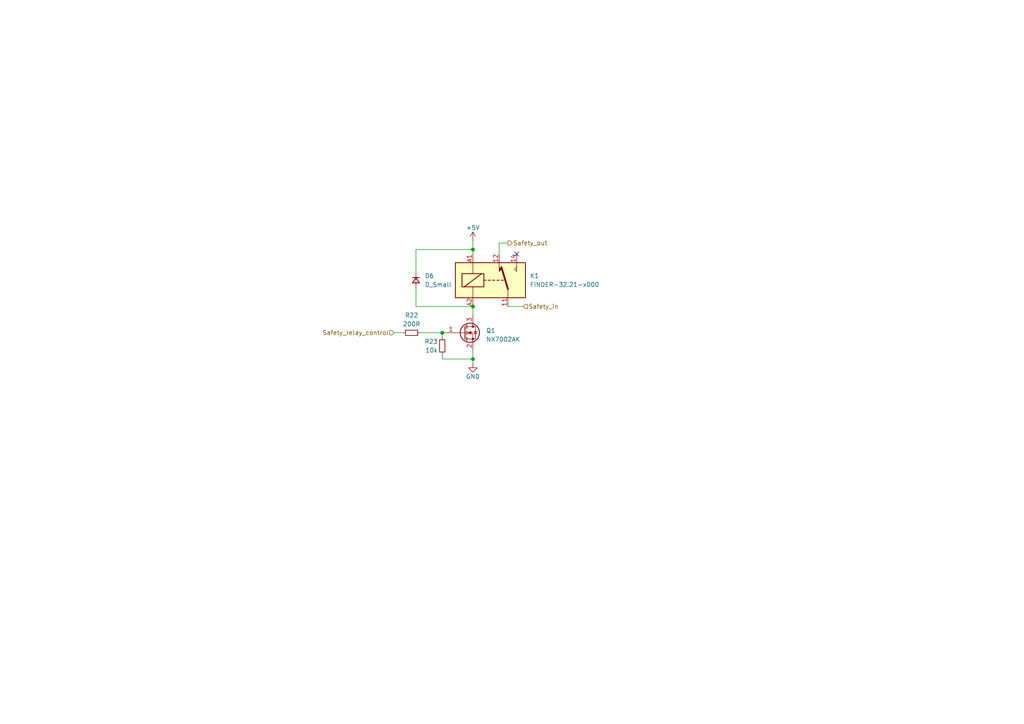
<source format=kicad_sch>
(kicad_sch (version 20230121) (generator eeschema)
  (paper "A4")
  (title_block (title "Safety relay control") (date "2023-03-11") (rev "${REVISION}") (company "Author: Szymon Kostrubiec") (comment 1 "Reviewer:"))
  (lib_symbols
    (symbol "Device:D_Small" (pin_numbers hide) (pin_names (offset 0.254) hide)
      (property "Reference" "D" (at -1.27 2.032 0))
      (property "Value" "D_Small" (at -3.81 -2.032 0))
      (symbol "D_Small_0_1"
        (polyline (pts (xy -0.762 -1.016) (xy -0.762 1.016)) (stroke (width 0.254)))
        (polyline (pts (xy -0.762 0) (xy 0.762 0)))
        (polyline (pts (xy 0.762 -1.016) (xy -0.762 0) (xy 0.762 1.016) (xy 0.762 -1.016)) (stroke (width 0.254)))
      )
      (symbol "D_Small_1_1"
        (pin passive line (at -2.54 0 0) (length 1.778) (name "K") (number "1"))
        (pin passive line (at 2.54 0 180) (length 1.778) (name "A") (number "2"))
      )
    )
    (symbol "Device:R_Small" (pin_numbers hide) (pin_names (offset 0.254) hide)
      (property "Reference" "R" (at 0.762 0.508 0))
      (property "Value" "R_Small" (at 0.762 -1.016 0))
      (symbol "R_Small_0_1"
        (rectangle (start -0.762 1.778) (end 0.762 -1.778) (stroke (width 0.2032)))
      )
      (symbol "R_Small_1_1"
        (pin passive line (at 0 2.54 270) (length 0.762) (name "~") (number "1"))
        (pin passive line (at 0 -2.54 90) (length 0.762) (name "~") (number "2"))
      )
    )
    (symbol "Relay:FINDER-32.21-x000"
      (property "Reference" "K" (at 11.43 3.81 0))
      (property "Value" "FINDER-32.21-x000" (at 11.43 1.27 0))
      (symbol "FINDER-32.21-x000_0_0"
        (polyline (pts (xy 2.54 5.08) (xy 2.54 2.54) (xy 3.175 3.175) (xy 2.54 3.81)) (fill (type outline)))
        (polyline (pts (xy 7.62 5.08) (xy 7.62 2.54) (xy 6.985 3.175) (xy 7.62 3.81)))
      )
      (symbol "FINDER-32.21-x000_0_1"
        (rectangle (start -10.16 5.08) (end 10.16 -5.08) (stroke (width 0.254)) (fill (type background)))
        (rectangle (start -8.255 1.905) (end -1.905 -1.905) (stroke (width 0.254)))
        (polyline (pts (xy -7.62 -1.905) (xy -2.54 1.905)) (stroke (width 0.254)))
        (polyline (pts (xy -5.08 -5.08) (xy -5.08 -1.905)))
        (polyline (pts (xy -5.08 5.08) (xy -5.08 1.905)))
        (polyline (pts (xy -1.905 0) (xy -1.27 0)) (stroke (width 0.254)))
        (polyline (pts (xy -0.635 0) (xy 0 0)) (stroke (width 0.254)))
        (polyline (pts (xy 0.635 0) (xy 1.27 0)) (stroke (width 0.254)))
        (polyline (pts (xy 1.905 0) (xy 2.54 0)) (stroke (width 0.254)))
        (polyline (pts (xy 3.175 0) (xy 3.81 0)) (stroke (width 0.254)))
        (polyline (pts (xy 5.08 -2.54) (xy 3.175 3.81)) (stroke (width 0.508)))
        (polyline (pts (xy 5.08 -2.54) (xy 5.08 -5.08)))
      )
      (symbol "FINDER-32.21-x000_1_1"
        (pin passive line (at 5.08 -7.62 90) (length 2.54) (name "~") (number "11"))
        (pin passive line (at 2.54 7.62 270) (length 2.54) (name "~") (number "12"))
        (pin passive line (at 7.62 7.62 270) (length 2.54) (name "~") (number "14"))
        (pin passive line (at -5.08 7.62 270) (length 2.54) (name "~") (number "A1"))
        (pin passive line (at -5.08 -7.62 90) (length 2.54) (name "~") (number "A2"))
      )
    )
    (symbol "Transistor_FET:2N7002" (pin_names hide)
      (property "Reference" "Q" (at 5.08 1.905 0))
      (property "Value" "2N7002" (at 5.08 0 0))
      (symbol "2N7002_0_1"
        (polyline (pts (xy 0.254 0) (xy -2.54 0)))
        (polyline (pts (xy 0.254 1.905) (xy 0.254 -1.905)) (stroke (width 0.254)))
        (polyline (pts (xy 0.762 -1.27) (xy 0.762 -2.286)) (stroke (width 0.254)))
        (polyline (pts (xy 0.762 0.508) (xy 0.762 -0.508)) (stroke (width 0.254)))
        (polyline (pts (xy 0.762 2.286) (xy 0.762 1.27)) (stroke (width 0.254)))
        (polyline (pts (xy 2.54 2.54) (xy 2.54 1.778)))
        (polyline (pts (xy 2.54 -2.54) (xy 2.54 0) (xy 0.762 0)))
        (polyline (pts (xy 0.762 -1.778) (xy 3.302 -1.778) (xy 3.302 1.778) (xy 0.762 1.778)))
        (polyline (pts (xy 1.016 0) (xy 2.032 0.381) (xy 2.032 -0.381) (xy 1.016 0)) (fill (type outline)))
        (polyline (pts (xy 2.794 0.508) (xy 2.921 0.381) (xy 3.683 0.381) (xy 3.81 0.254)))
        (polyline (pts (xy 3.302 0.381) (xy 2.921 -0.254) (xy 3.683 -0.254) (xy 3.302 0.381)))
        (circle (center 1.651 0) (radius 2.794) (stroke (width 0.254)))
        (circle (center 2.54 -1.778) (radius 0.254) (fill (type outline)))
        (circle (center 2.54 1.778) (radius 0.254) (fill (type outline)))
      )
      (symbol "2N7002_1_1"
        (pin input line (at -5.08 0 0) (length 2.54) (name "G") (number "1"))
        (pin passive line (at 2.54 -5.08 90) (length 2.54) (name "S") (number "2"))
        (pin passive line (at 2.54 5.08 270) (length 2.54) (name "D") (number "3"))
      )
    )
    (symbol "power:+5V" (power) (pin_names (offset 0))
      (property "Value" "+5V" (at 0 3.556 0))
      (symbol "+5V_0_1"
        (polyline (pts (xy -0.762 1.27) (xy 0 2.54)))
        (polyline (pts (xy 0 0) (xy 0 2.54)))
        (polyline (pts (xy 0 2.54) (xy 0.762 1.27)))
      )
      (symbol "+5V_1_1"
        (pin power_in line (at 0 0 90) (length 0) hide (name "+5V") (number "1"))
      )
    )
    (symbol "power:GND" (power) (pin_names (offset 0))
      (property "Value" "GND" (at 0 -3.81 0))
      (symbol "GND_0_1"
        (polyline (pts (xy 0 0) (xy 0 -1.27) (xy 1.27 -1.27) (xy 0 -2.54) (xy -1.27 -1.27) (xy 0 -1.27)))
      )
      (symbol "GND_1_1"
        (pin power_in line (at 0 0 270) (length 0) hide (name "GND") (number "1"))
      )
    )
  )
  (junction (at 137.16 72.39))
  (junction (at 137.16 104.14))
  (junction (at 128.27 96.52))
  (junction (at 137.16 88.9))
  (no_connect (at 149.86 73.66))
  (wire (pts (xy 137.16 88.9) (xy 137.16 91.44)))
  (wire (pts (xy 128.27 104.14) (xy 137.16 104.14)))
  (wire (pts (xy 128.27 97.79) (xy 128.27 96.52)))
  (wire (pts (xy 121.92 96.52) (xy 128.27 96.52)))
  (wire (pts (xy 128.27 102.87) (xy 128.27 104.14)))
  (wire (pts (xy 137.16 101.6) (xy 137.16 104.14)))
  (wire (pts (xy 137.16 104.14) (xy 137.16 105.41)))
  (wire (pts (xy 120.65 88.9) (xy 137.16 88.9)))
  (wire (pts (xy 120.65 83.82) (xy 120.65 88.9)))
  (wire (pts (xy 137.16 72.39) (xy 137.16 73.66)))
  (wire (pts (xy 144.78 70.485) (xy 144.78 73.66)))
  (wire (pts (xy 120.65 78.74) (xy 120.65 72.39)))
  (wire (pts (xy 147.32 70.485) (xy 144.78 70.485)))
  (wire (pts (xy 151.765 88.9) (xy 147.32 88.9)))
  (wire (pts (xy 137.16 69.85) (xy 137.16 72.39)))
  (wire (pts (xy 114.3 96.52) (xy 116.84 96.52)))
  (wire (pts (xy 120.65 72.39) (xy 137.16 72.39)))
  (wire (pts (xy 128.27 96.52) (xy 129.54 96.52)))
  (hierarchical_label "Safety_out" (shape output) (at 147.32 70.485 0))
  (hierarchical_label "Safety_relay_control" (shape input) (at 114.3 96.52 180))
  (hierarchical_label "Safety_in" (shape input) (at 151.765 88.9 0))
  (symbol (lib_id "Device:R_Small") (at 128.27 100.33 0) (mirror y) (unit 1)
    (property "Reference" "R23" (at 127 99.06 0) (effects (justify left)))
    (property "Value" "10k" (at 127 101.6 0) (effects (justify left)))
    (property "Footprint" "Resistor_SMD:R_0402_1005Metric" (effects hide))
  )
  (symbol (lib_id "Relay:FINDER-32.21-x000") (at 142.24 81.28 0) (unit 1)
    (property "Reference" "K1" (at 153.67 80.01 0) (effects (justify left)))
    (property "Value" "FINDER-32.21-x000" (at 153.67 82.55 0) (effects (justify left)))
    (property "Footprint" "Relay_THT:Relay_SPDT_Finder_32.21-x000" (effects hide))
    (property "Datasheet" "https://gfinder.findernet.com/assets/Series/355/S32EN.pdf" (effects hide))
  )
  (symbol (lib_id "Transistor_FET:2N7002") (at 134.62 96.52 0) (unit 1)
    (property "Reference" "Q1" (at 140.97 95.885 0) (effects (justify left)))
    (property "Value" "NX7002AK" (at 140.97 98.425 0) (effects (justify left)))
    (property "Footprint" "Package_TO_SOT_SMD:SOT-23" (effects hide))
    (property "Datasheet" "https://www.mouser.pl/datasheet/2/916/NX7002AK-1360313.pdf" (effects hide))
  )
  (symbol (lib_id "Device:D_Small") (at 120.65 81.28 270) (unit 1)
    (property "Reference" "D6" (at 123.19 80.01 90) (effects (justify left)))
    (property "Value" "D_Small" (at 123.19 82.55 90) (effects (justify left)))
    (property "Footprint" "Diode_SMD:D_0805_2012Metric_Pad1.15x1.40mm_HandSolder" (effects hide))
    (property "Sim.Device" "D" (effects hide))
    (property "Sim.Pins" "1=K 2=A" (effects hide))
  )
  (symbol (lib_id "power:+5V") (at 137.16 69.85 0) (unit 1)
    (property "Reference" "#PWR079" (effects hide))
    (property "Value" "+5V" (at 137.16 66.04 0))
  )
  (symbol (lib_id "power:GND") (at 137.16 105.41 0) (unit 1)
    (property "Reference" "#PWR080" (effects hide))
    (property "Value" "GND" (at 137.16 109.22 0))
  )
  (symbol (lib_id "Device:R_Small") (at 119.38 96.52 90) (unit 1)
    (property "Reference" "R22" (at 119.38 91.44 90))
    (property "Value" "200R" (at 119.38 93.98 90))
    (property "Footprint" "Resistor_SMD:R_0402_1005Metric" (effects hide))
  )
)
</source>
